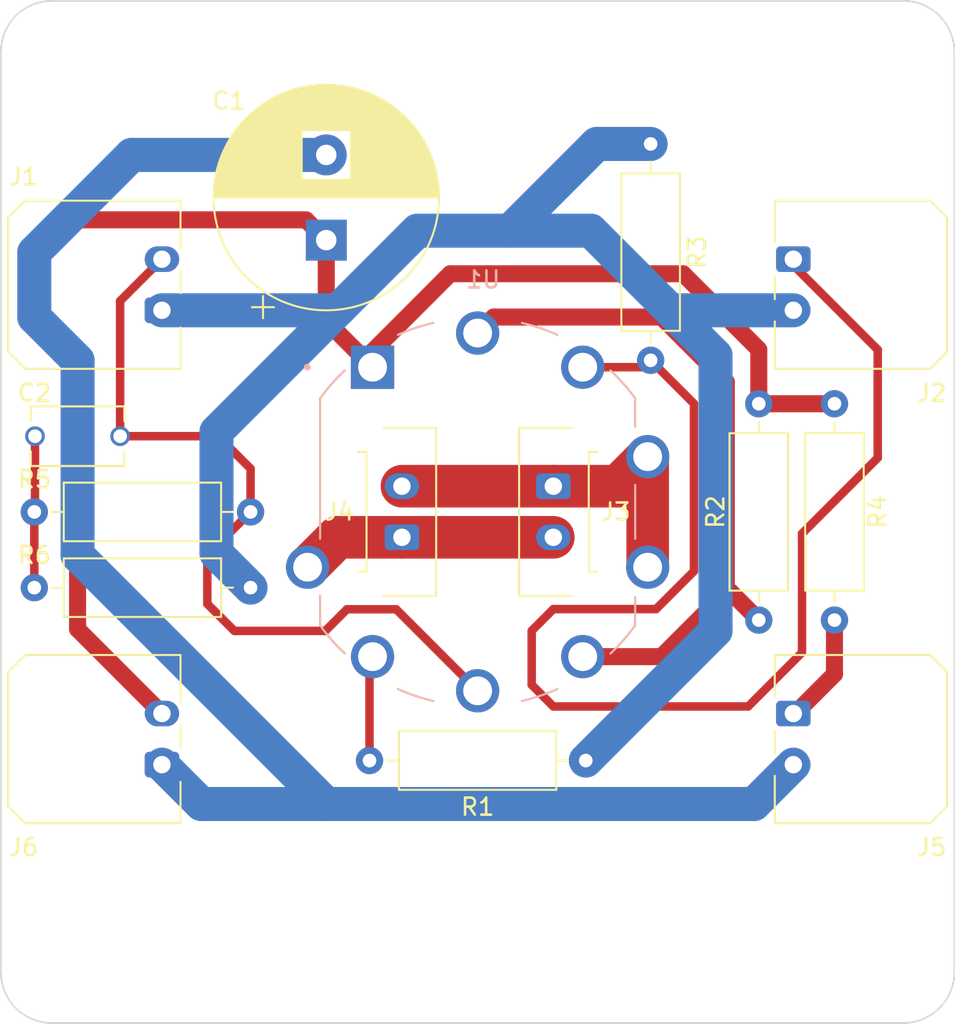
<source format=kicad_pcb>
(kicad_pcb (version 20221018) (generator pcbnew)
  (layers (0 "F.Cu" signal) (31 "B.Cu" signal) (34 "B.Paste" user) (35 "F.Paste" user) (36 "B.SilkS" user "B.Silkscreen") (37 "F.SilkS" user "F.Silkscreen") (38 "B.Mask" user) (39 "F.Mask" user) (44 "Edge.Cuts" user))
  (net 0 "")
  (net 1 "HT")
  (net 2 "GND1")
  (net 3 "GND")
  (net 4 "Net-(J2-Pin_1)")
  (net 5 "Net-(J3-Pin_1)")
  (net 6 "Net-(J3-Pin_2)")
  (net 7 "Net-(J5-Pin_1)")
  (net 8 "Net-(U1A-K)")
  (net 9 "Net-(U1A-A)")
  (net 10 "Net-(C2-Pad2)")
  (net 11 "Net-(J1-Pin_2)")
  (footprint "Resistor_THT:R_Axial_DIN0309_L9.0mm_D3.2mm_P12.70mm_Horizontal" (layer "F.Cu") (at 154.305 102.88 90)
    (fp_text reference "R4" (at 6.35 2.54 90) (layer "F.SilkS"))
    (fp_text value "10K")
    (fp_line (start 1.04 0) (end 1.73 0) (stroke (width 0.12)) (layer "F.SilkS"))
    (fp_line (start 1.73 -1.72) (end 1.73 1.72) (stroke (width 0.12)) (layer "F.SilkS"))
    (fp_line (start 1.73 1.72) (end 10.97 1.72) (stroke (width 0.12)) (layer "F.SilkS"))
    (fp_line (start 10.97 -1.72) (end 1.73 -1.72) (stroke (width 0.12)) (layer "F.SilkS"))
    (fp_line (start 10.97 1.72) (end 10.97 -1.72) (stroke (width 0.12)) (layer "F.SilkS"))
    (fp_line (start 11.66 0) (end 10.97 0) (stroke (width 0.12)) (layer "F.SilkS"))
    (pad "1" thru_hole circle (at 0 0 90) (size 1.6 1.6) (drill 0.8) (layers "*.Cu" "*.Mask") (net 7 "Net-(J5-Pin_1)"))
    (pad "2" thru_hole oval (at 12.7 0 90) (size 1.6 1.6) (drill 0.8) (layers "*.Cu" "*.Mask") (net 1 "HT"))
  )
  (footprint "MountingHole:MountingHole_2.7mm_M2.5" (layer "F.Cu") (at 158.35 69.53)
    (fp_text reference "REF**" hide)
    (fp_text value "MountingHole_2.7mm_M2.5" hide)
    (pad "" np_thru_hole circle (at 0 0) (size 2.7 2.7) (drill 2.7) (layers "*.Cu" "*.Mask"))
  )
  (footprint "Capacitor_THT:CP_Radial_D13.0mm_P5.00mm" (layer "F.Cu") (at 124.46 80.575 90)
    (fp_text reference "C1" (at 8.175 -5.715 180) (layer "F.SilkS"))
    (fp_text value "20uF")
    (fp_line (start -4.584569 -3.715) (end -3.284569 -3.715) (stroke (width 0.12)) (layer "F.SilkS"))
    (fp_line (start -3.934569 -4.365) (end -3.934569 -3.065) (stroke (width 0.12)) (layer "F.SilkS"))
    (fp_line (start 2.5 -6.58) (end 2.5 6.58) (stroke (width 0.12)) (layer "F.SilkS"))
    (fp_line (start 2.54 -6.58) (end 2.54 6.58) (stroke (width 0.12)) (layer "F.SilkS"))
    (fp_line (start 2.58 -6.58) (end 2.58 6.58) (stroke (width 0.12)) (layer "F.SilkS"))
    (fp_line (start 2.62 -6.579) (end 2.62 6.579) (stroke (width 0.12)) (layer "F.SilkS"))
    (fp_line (start 2.66 -6.579) (end 2.66 6.579) (stroke (width 0.12)) (layer "F.SilkS"))
    (fp_line (start 2.7 -6.577) (end 2.7 6.577) (stroke (width 0.12)) (layer "F.SilkS"))
    (fp_line (start 2.74 -6.576) (end 2.74 6.576) (stroke (width 0.12)) (layer "F.SilkS"))
    (fp_line (start 2.78 -6.575) (end 2.78 6.575) (stroke (width 0.12)) (layer "F.SilkS"))
    (fp_line (start 2.82 -6.573) (end 2.82 6.573) (stroke (width 0.12)) (layer "F.SilkS"))
    (fp_line (start 2.86 -6.571) (end 2.86 6.571) (stroke (width 0.12)) (layer "F.SilkS"))
    (fp_line (start 2.9 -6.568) (end 2.9 6.568) (stroke (width 0.12)) (layer "F.SilkS"))
    (fp_line (start 2.94 -6.566) (end 2.94 6.566) (stroke (width 0.12)) (layer "F.SilkS"))
    (fp_line (start 2.98 -6.563) (end 2.98 6.563) (stroke (width 0.12)) (layer "F.SilkS"))
    (fp_line (start 3.02 -6.56) (end 3.02 6.56) (stroke (width 0.12)) (layer "F.SilkS"))
    (fp_line (start 3.06 -6.557) (end 3.06 6.557) (stroke (width 0.12)) (layer "F.SilkS"))
    (fp_line (start 3.1 -6.553) (end 3.1 6.553) (stroke (width 0.12)) (layer "F.SilkS"))
    (fp_line (start 3.14 -6.549) (end 3.14 6.549) (stroke (width 0.12)) (layer "F.SilkS"))
    (fp_line (start 3.18 -6.545) (end 3.18 6.545) (stroke (width 0.12)) (layer "F.SilkS"))
    (fp_line (start 3.221 -6.541) (end 3.221 6.541) (stroke (width 0.12)) (layer "F.SilkS"))
    (fp_line (start 3.261 -6.537) (end 3.261 6.537) (stroke (width 0.12)) (layer "F.SilkS"))
    (fp_line (start 3.301 -6.532) (end 3.301 6.532) (stroke (width 0.12)) (layer "F.SilkS"))
    (fp_line (start 3.341 -6.527) (end 3.341 6.527) (stroke (width 0.12)) (layer "F.SilkS"))
    (fp_line (start 3.381 -6.522) (end 3.381 6.522) (stroke (width 0.12)) (layer "F.SilkS"))
    (fp_line (start 3.421 -6.516) (end 3.421 6.516) (stroke (width 0.12)) (layer "F.SilkS"))
    (fp_line (start 3.461 -6.511) (end 3.461 6.511) (stroke (width 0.12)) (layer "F.SilkS"))
    (fp_line (start 3.501 -6.505) (end 3.501 6.505) (stroke (width 0.12)) (layer "F.SilkS"))
    (fp_line (start 3.541 -6.498) (end 3.541 6.498) (stroke (width 0.12)) (layer "F.SilkS"))
    (fp_line (start 3.581 -6.492) (end 3.581 -1.44) (stroke (width 0.12)) (layer "F.SilkS"))
    (fp_line (start 3.581 1.44) (end 3.581 6.492) (stroke (width 0.12)) (layer "F.SilkS"))
    (fp_line (start 3.621 -6.485) (end 3.621 -1.44) (stroke (width 0.12)) (layer "F.SilkS"))
    (fp_line (start 3.621 1.44) (end 3.621 6.485) (stroke (width 0.12)) (layer "F.SilkS"))
    (fp_line (start 3.661 -6.478) (end 3.661 -1.44) (stroke (width 0.12)) (layer "F.SilkS"))
    (fp_line (start 3.661 1.44) (end 3.661 6.478) (stroke (width 0.12)) (layer "F.SilkS"))
    (fp_line (start 3.701 -6.471) (end 3.701 -1.44) (stroke (width 0.12)) (layer "F.SilkS"))
    (fp_line (start 3.701 1.44) (end 3.701 6.471) (stroke (width 0.12)) (layer "F.SilkS"))
    (fp_line (start 3.741 -6.463) (end 3.741 -1.44) (stroke (width 0.12)) (layer "F.SilkS"))
    (fp_line (start 3.741 1.44) (end 3.741 6.463) (stroke (width 0.12)) (layer "F.SilkS"))
    (fp_line (start 3.781 -6.456) (end 3.781 -1.44) (stroke (width 0.12)) (layer "F.SilkS"))
    (fp_line (start 3.781 1.44) (end 3.781 6.456) (stroke (width 0.12)) (layer "F.SilkS"))
    (fp_line (start 3.821 -6.448) (end 3.821 -1.44) (stroke (width 0.12)) (layer "F.SilkS"))
    (fp_line (start 3.821 1.44) (end 3.821 6.448) (stroke (width 0.12)) (layer "F.SilkS"))
    (fp_line (start 3.861 -6.439) (end 3.861 -1.44) (stroke (width 0.12)) (layer "F.SilkS"))
    (fp_line (start 3.861 1.44) (end 3.861 6.439) (stroke (width 0.12)) (layer "F.SilkS"))
    (fp_line (start 3.901 -6.431) (end 3.901 -1.44) (stroke (width 0.12)) (layer "F.SilkS"))
    (fp_line (start 3.901 1.44) (end 3.901 6.431) (stroke (width 0.12)) (layer "F.SilkS"))
    (fp_line (start 3.941 -6.422) (end 3.941 -1.44) (stroke (width 0.12)) (layer "F.SilkS"))
    (fp_line (start 3.941 1.44) (end 3.941 6.422) (stroke (width 0.12)) (layer "F.SilkS"))
    (fp_line (start 3.981 -6.413) (end 3.981 -1.44) (stroke (width 0.12)) (layer "F.SilkS"))
    (fp_line (start 3.981 1.44) (end 3.981 6.413) (stroke (width 0.12)) (layer "F.SilkS"))
    (fp_line (start 4.021 -6.404) (end 4.021 -1.44) (stroke (width 0.12)) (layer "F.SilkS"))
    (fp_line (start 4.021 1.44) (end 4.021 6.404) (stroke (width 0.12)) (layer "F.SilkS"))
    (fp_line (start 4.061 -6.394) (end 4.061 -1.44) (stroke (width 0.12)) (layer "F.SilkS"))
    (fp_line (start 4.061 1.44) (end 4.061 6.394) (stroke (width 0.12)) (layer "F.SilkS"))
    (fp_line (start 4.101 -6.384) (end 4.101 -1.44) (stroke (width 0.12)) (layer "F.SilkS"))
    (fp_line (start 4.101 1.44) (end 4.101 6.384) (stroke (width 0.12)) (layer "F.SilkS"))
    (fp_line (start 4.141 -6.374) (end 4.141 -1.44) (stroke (width 0.12)) (layer "F.SilkS"))
    (fp_line (start 4.141 1.44) (end 4.141 6.374) (stroke (width 0.12)) (layer "F.SilkS"))
    (fp_line (start 4.181 -6.364) (end 4.181 -1.44) (stroke (width 0.12)) (layer "F.SilkS"))
    (fp_line (start 4.181 1.44) (end 4.181 6.364) (stroke (width 0.12)) (layer "F.SilkS"))
    (fp_line (start 4.221 -6.353) (end 4.221 -1.44) (stroke (width 0.12)) (layer "F.SilkS"))
    (fp_line (start 4.221 1.44) (end 4.221 6.353) (stroke (width 0.12)) (layer "F.SilkS"))
    (fp_line (start 4.261 -6.342) (end 4.261 -1.44) (stroke (width 0.12)) (layer "F.SilkS"))
    (fp_line (start 4.261 1.44) (end 4.261 6.342) (stroke (width 0.12)) (layer "F.SilkS"))
    (fp_line (start 4.301 -6.331) (end 4.301 -1.44) (stroke (width 0.12)) (layer "F.SilkS"))
    (fp_line (start 4.301 1.44) (end 4.301 6.331) (stroke (width 0.12)) (layer "F.SilkS"))
    (fp_line (start 4.341 -6.32) (end 4.341 -1.44) (stroke (width 0.12)) (layer "F.SilkS"))
    (fp_line (start 4.341 1.44) (end 4.341 6.32) (stroke (width 0.12)) (layer "F.SilkS"))
    (fp_line (start 4.381 -6.308) (end 4.381 -1.44) (stroke (width 0.12)) (layer "F.SilkS"))
    (fp_line (start 4.381 1.44) (end 4.381 6.308) (stroke (width 0.12)) (layer "F.SilkS"))
    (fp_line (start 4.421 -6.296) (end 4.421 -1.44) (stroke (width 0.12)) (layer "F.SilkS"))
    (fp_line (start 4.421 1.44) (end 4.421 6.296) (stroke (width 0.12)) (layer "F.SilkS"))
    (fp_line (start 4.461 -6.284) (end 4.461 -1.44) (stroke (width 0.12)) (layer "F.SilkS"))
    (fp_line (start 4.461 1.44) (end 4.461 6.284) (stroke (width 0.12)) (layer "F.SilkS"))
    (fp_line (start 4.501 -6.271) (end 4.501 -1.44) (stroke (width 0.12)) (layer "F.SilkS"))
    (fp_line (start 4.501 1.44) (end 4.501 6.271) (stroke (width 0.12)) (layer "F.SilkS"))
    (fp_line (start 4.541 -6.258) (end 4.541 -1.44) (stroke (width 0.12)) (layer "F.SilkS"))
    (fp_line (start 4.541 1.44) (end 4.541 6.258) (stroke (width 0.12)) (layer "F.SilkS"))
    (fp_line (start 4.581 -6.245) (end 4.581 -1.44) (stroke (width 0.12)) (layer "F.SilkS"))
    (fp_line (start 4.581 1.44) (end 4.581 6.245) (stroke (width 0.12)) (layer "F.SilkS"))
    (fp_line (start 4.621 -6.232) (end 4.621 -1.44) (stroke (width 0.12)) (layer "F.SilkS"))
    (fp_line (start 4.621 1.44) (end 4.621 6.232) (stroke (width 0.12)) (layer "F.SilkS"))
    (fp_line (start 4.661 -6.218) (end 4.661 -1.44) (stroke (width 0.12)) (layer "F.SilkS"))
    (fp_line (start 4.661 1.44) (end 4.661 6.218) (stroke (width 0.12)) (layer "F.SilkS"))
    (fp_line (start 4.701 -6.204) (end 4.701 -1.44) (stroke (width 0.12)) (layer "F.SilkS"))
    (fp_line (start 4.701 1.44) (end 4.701 6.204) (stroke (width 0.12)) (layer "F.SilkS"))
    (fp_line (start 4.741 -6.19) (end 4.741 -1.44) (stroke (width 0.12)) (layer "F.SilkS"))
    (fp_line (start 4.741 1.44) (end 4.741 6.19) (stroke (width 0.12)) (layer "F.SilkS"))
    (fp_line (start 4.781 -6.175) (end 4.781 -1.44) (stroke (width 0.12)) (layer "F.SilkS"))
    (fp_line (start 4.781 1.44) (end 4.781 6.175) (stroke (width 0.12)) (layer "F.SilkS"))
    (fp_line (start 4.821 -6.161) (end 4.821 -1.44) (stroke (width 0.12)) (layer "F.SilkS"))
    (fp_line (start 4.821 1.44) (end 4.821 6.161) (stroke (width 0.12)) (layer "F.SilkS"))
    (fp_line (start 4.861 -6.146) (end 4.861 -1.44) (stroke (width 0.12)) (layer "F.SilkS"))
    (fp_line (start 4.861 1.44) (end 4.861 6.146) (stroke (width 0.12)) (layer "F.SilkS"))
    (fp_line (start 4.901 -6.13) (end 4.901 -1.44) (stroke (width 0.12)) (layer "F.SilkS"))
    (fp_line (start 4.901 1.44) (end 4.901 6.13) (stroke (width 0.12)) (layer "F.SilkS"))
    (fp_line (start 4.941 -6.114) (end 4.941 -1.44) (stroke (width 0.12)) (layer "F.SilkS"))
    (fp_line (start 4.941 1.44) (end 4.941 6.114) (stroke (width 0.12)) (layer "F.SilkS"))
    (fp_line (start 4.981 -6.098) (end 4.981 -1.44) (stroke (width 0.12)) (layer "F.SilkS"))
    (fp_line (start 4.981 1.44) (end 4.981 6.098) (stroke (width 0.12)) (layer "F.SilkS"))
    (fp_line (start 5.021 -6.082) (end 5.021 -1.44) (stroke (width 0.12)) (layer "F.SilkS"))
    (fp_line (start 5.021 1.44) (end 5.021 6.082) (stroke (width 0.12)) (layer "F.SilkS"))
    (fp_line (start 5.061 -6.065) (end 5.061 -1.44) (stroke (width 0.12)) (layer "F.SilkS"))
    (fp_line (start 5.061 1.44) (end 5.061 6.065) (stroke (width 0.12)) (layer "F.SilkS"))
    (fp_line (start 5.101 -6.049) (end 5.101 -1.44) (stroke (width 0.12)) (layer "F.SilkS"))
    (fp_line (start 5.101 1.44) (end 5.101 6.049) (stroke (width 0.12)) (layer "F.SilkS"))
    (fp_line (start 5.141 -6.031) (end 5.141 -1.44) (stroke (width 0.12)) (layer "F.SilkS"))
    (fp_line (start 5.141 1.44) (end 5.141 6.031) (stroke (width 0.12)) (layer "F.SilkS"))
    (fp_line (start 5.181 -6.014) (end 5.181 -1.44) (stroke (width 0.12)) (layer "F.SilkS"))
    (fp_line (start 5.181 1.44) (end 5.181 6.014) (stroke (width 0.12)) (layer "F.SilkS"))
    (fp_line (start 5.221 -5.996) (end 5.221 -1.44) (stroke (width 0.12)) (layer "F.SilkS"))
    (fp_line (start 5.221 1.44) (end 5.221 5.996) (stroke (width 0.12)) (layer "F.SilkS"))
    (fp_line (start 5.261 -5.978) (end 5.261 -1.44) (stroke (width 0.12)) (layer "F.SilkS"))
    (fp_line (start 5.261 1.44) (end 5.261 5.978) (stroke (width 0.12)) (layer "F.SilkS"))
    (fp_line (start 5.301 -5.959) (end 5.301 -1.44) (stroke (width 0.12)) (layer "F.SilkS"))
    (fp_line (start 5.301 1.44) (end 5.301 5.959) (stroke (width 0.12)) (layer "F.SilkS"))
    (fp_line (start 5.341 -5.94) (end 5.341 -1.44) (stroke (width 0.12)) (layer "F.SilkS"))
    (fp_line (start 5.341 1.44) (end 5.341 5.94) (stroke (width 0.12)) (layer "F.SilkS"))
    (fp_line (start 5.381 -5.921) (end 5.381 -1.44) (stroke (width 0.12)) (layer "F.SilkS"))
    (fp_line (start 5.381 1.44) (end 5.381 5.921) (stroke (width 0.12)) (layer "F.SilkS"))
    (fp_line (start 5.421 -5.902) (end 5.421 -1.44) (stroke (width 0.12)) (layer "F.SilkS"))
    (fp_line (start 5.421 1.44) (end 5.421 5.902) (stroke (width 0.12)) (layer "F.SilkS"))
    (fp_line (start 5.461 -5.882) (end 5.461 -1.44) (stroke (width 0.12)) (layer "F.SilkS"))
    (fp_line (start 5.461 1.44) (end 5.461 5.882) (stroke (width 0.12)) (layer "F.SilkS"))
    (fp_line (start 5.501 -5.862) (end 5.501 -1.44) (stroke (width 0.12)) (layer "F.SilkS"))
    (fp_line (start 5.501 1.44) (end 5.501 5.862) (stroke (width 0.12)) (layer "F.SilkS"))
    (fp_line (start 5.541 -5.841) (end 5.541 -1.44) (stroke (width 0.12)) (layer "F.SilkS"))
    (fp_line (start 5.541 1.44) (end 5.541 5.841) (stroke (width 0.12)) (layer "F.SilkS"))
    (fp_line (start 5.581 -5.82) (end 5.581 -1.44) (stroke (width 0.12)) (layer "F.SilkS"))
    (fp_line (start 5.581 1.44) (end 5.581 5.82) (stroke (width 0.12)) (layer "F.SilkS"))
    (fp_line (start 5.621 -5.799) (end 5.621 -1.44) (stroke (width 0.12)) (layer "F.SilkS"))
    (fp_line (start 5.621 1.44) (end 5.621 5.799) (stroke (width 0.12)) (layer "F.SilkS"))
    (fp_line (start 5.661 -5.778) (end 5.661 -1.44) (stroke (width 0.12)) (layer "F.SilkS"))
    (fp_line (start 5.661 1.44) (end 5.661 5.778) (stroke (width 0.12)) (layer "F.SilkS"))
    (fp_line (start 5.701 -5.756) (end 5.701 -1.44) (stroke (width 0.12)) (layer "F.SilkS"))
    (fp_line (start 5.701 1.44) (end 5.701 5.756) (stroke (width 0.12)) (layer "F.SilkS"))
    (fp_line (start 5.741 -5.733) (end 5.741 -1.44) (stroke (width 0.12)) (layer "F.SilkS"))
    (fp_line (start 5.741 1.44) (end 5.741 5.733) (stroke (width 0.12)) (layer "F.SilkS"))
    (fp_line (start 5.781 -5.711) (end 5.781 -1.44) (stroke (width 0.12)) (layer "F.SilkS"))
    (fp_line (start 5.781 1.44) (end 5.781 5.711) (stroke (width 0.12)) (layer "F.SilkS"))
    (fp_line (start 5.821 -5.688) (end 5.821 -1.44) (stroke (width 0.12)) (layer "F.SilkS"))
    (fp_line (start 5.821 1.44) (end 5.821 5.688) (stroke (width 0.12)) (layer "F.SilkS"))
    (fp_line (start 5.861 -5.664) (end 5.861 -1.44) (stroke (width 0.12)) (layer "F.SilkS"))
    (fp_line (start 5.861 1.44) (end 5.861 5.664) (stroke (width 0.12)) (layer "F.SilkS"))
    (fp_line (start 5.901 -5.641) (end 5.901 -1.44) (stroke (width 0.12)) (layer "F.SilkS"))
    (fp_line (start 5.901 1.44) (end 5.901 5.641) (stroke (width 0.12)) (layer "F.SilkS"))
    (fp_line (start 5.941 -5.617) (end 5.941 -1.44) (stroke (width 0.12)) (layer "F.SilkS"))
    (fp_line (start 5.941 1.44) (end 5.941 5.617) (stroke (width 0.12)) (layer "F.SilkS"))
    (fp_line (start 5.981 -5.592) (end 5.981 -1.44) (stroke (width 0.12)) (layer "F.SilkS"))
    (fp_line (start 5.981 1.44) (end 5.981 5.592) (stroke (width 0.12)) (layer "F.SilkS"))
    (fp_line (start 6.021 -5.567) (end 6.021 -1.44) (stroke (width 0.12)) (layer "F.SilkS"))
    (fp_line (start 6.021 1.44) (end 6.021 5.567) (stroke (width 0.12)) (layer "F.SilkS"))
    (fp_line (start 6.061 -5.542) (end 6.061 -1.44) (stroke (width 0.12)) (layer "F.SilkS"))
    (fp_line (start 6.061 1.44) (end 6.061 5.542) (stroke (width 0.12)) (layer "F.SilkS"))
    (fp_line (start 6.101 -5.516) (end 6.101 -1.44) (stroke (width 0.12)) (layer "F.SilkS"))
    (fp_line (start 6.101 1.44) (end 6.101 5.516) (stroke (width 0.12)) (layer "F.SilkS"))
    (fp_line (start 6.141 -5.49) (end 6.141 -1.44) (stroke (width 0.12)) (layer "F.SilkS"))
    (fp_line (start 6.141 1.44) (end 6.141 5.49) (stroke (width 0.12)) (layer "F.SilkS"))
    (fp_line (start 6.181 -5.463) (end 6.181 -1.44) (stroke (width 0.12)) (layer "F.SilkS"))
    (fp_line (start 6.181 1.44) (end 6.181 5.463) (stroke (width 0.12)) (layer "F.SilkS"))
    (fp_line (start 6.221 -5.436) (end 6.221 -1.44) (stroke (width 0.12)) (layer "F.SilkS"))
    (fp_line (start 6.221 1.44) (end 6.221 5.436) (stroke (width 0.12)) (layer "F.SilkS"))
    (fp_line (start 6.261 -5.409) (end 6.261 -1.44) (stroke (width 0.12)) (layer "F.SilkS"))
    (fp_line (start 6.261 1.44) (end 6.261 5.409) (stroke (width 0.12)) (layer "F.SilkS"))
    (fp_line (start 6.301 -5.381) (end 6.301 -1.44) (stroke (width 0.12)) (layer "F.SilkS"))
    (fp_line (start 6.301 1.44) (end 6.301 5.381) (stroke (width 0.12)) (layer "F.SilkS"))
    (fp_line (start 6.341 -5.353) (end 6.341 -1.44) (stroke (width 0.12)) (layer "F.SilkS"))
    (fp_line (start 6.341 1.44) (end 6.341 5.353) (stroke (width 0.12)) (layer "F.SilkS"))
    (fp_line (start 6.381 -5.324) (end 6.381 -1.44) (stroke (width 0.12)) (layer "F.SilkS"))
    (fp_line (start 6.381 1.44) (end 6.381 5.324) (stroke (width 0.12)) (layer "F.SilkS"))
    (fp_line (start 6.421 -5.295) (end 6.421 -1.44) (stroke (width 0.12)) (layer "F.SilkS"))
    (fp_line (start 6.421 1.44) (end 6.421 5.295) (stroke (width 0.12)) (layer "F.SilkS"))
    (fp_line (start 6.461 -5.265) (end 6.461 5.265) (stroke (width 0.12)) (layer "F.SilkS"))
    (fp_line (start 6.501 -5.235) (end 6.501 5.235) (stroke (width 0.12)) (layer "F.SilkS"))
    (fp_line (start 6.541 -5.205) (end 6.541 5.205) (stroke (width 0.12)) (layer "F.SilkS"))
    (fp_line (start 6.581 -5.174) (end 6.581 5.174) (stroke (width 0.12)) (layer "F.SilkS"))
    (fp_line (start 6.621 -5.142) (end 6.621 5.142) (stroke (width 0.12)) (layer "F.SilkS"))
    (fp_line (start 6.661 -5.11) (end 6.661 5.11) (stroke (width 0.12)) (layer "F.SilkS"))
    (fp_line (start 6.701 -5.078) (end 6.701 5.078) (stroke (width 0.12)) (layer "F.SilkS"))
    (fp_line (start 6.741 -5.044) (end 6.741 5.044) (stroke (width 0.12)) (layer "F.SilkS"))
    (fp_line (start 6.781 -5.011) (end 6.781 5.011) (stroke (width 0.12)) (layer "F.SilkS"))
    (fp_line (start 6.821 -4.977) (end 6.821 4.977) (stroke (width 0.12)) (layer "F.SilkS"))
    (fp_line (start 6.861 -4.942) (end 6.861 4.942) (stroke (width 0.12)) (layer "F.SilkS"))
    (fp_line (start 6.901 -4.907) (end 6.901 4.907) (stroke (width 0.12)) (layer "F.SilkS"))
    (fp_line (start 6.941 -4.871) (end 6.941 4.871) (stroke (width 0.12)) (layer "F.SilkS"))
    (fp_line (start 6.981 -4.834) (end 6.981 4.834) (stroke (width 0.12)) (layer "F.SilkS"))
    (fp_line (start 7.021 -4.797) (end 7.021 4.797) (stroke (width 0.12)) (layer "F.SilkS"))
    (fp_line (start 7.061 -4.76) (end 7.061 4.76) (stroke (width 0.12)) (layer "F.SilkS"))
    (fp_line (start 7.101 -4.721) (end 7.101 4.721) (stroke (width 0.12)) (layer "F.SilkS"))
    (fp_line (start 7.141 -4.682) (end 7.141 4.682) (stroke (width 0.12)) (layer "F.SilkS"))
    (fp_line (start 7.181 -4.643) (end 7.181 4.643) (stroke (width 0.12)) (layer "F.SilkS"))
    (fp_line (start 7.221 -4.602) (end 7.221 4.602) (stroke (width 0.12)) (layer "F.SilkS"))
    (fp_line (start 7.261 -4.561) (end 7.261 4.561) (stroke (width 0.12)) (layer "F.SilkS"))
    (fp_line (start 7.301 -4.519) (end 7.301 4.519) (stroke (width 0.12)) (layer "F.SilkS"))
    (fp_line (start 7.341 -4.477) (end 7.341 4.477) (stroke (width 0.12)) (layer "F.SilkS"))
    (fp_line (start 7.381 -4.434) (end 7.381 4.434) (stroke (width 0.12)) (layer "F.SilkS"))
    (fp_line (start 7.421 -4.39) (end 7.421 4.39) (stroke (width 0.12)) (layer "F.SilkS"))
    (fp_line (start 7.461 -4.345) (end 7.461 4.345) (stroke (width 0.12)) (layer "F.SilkS"))
    (fp_line (start 7.501 -4.299) (end 7.501 4.299) (stroke (width 0.12)) (layer "F.SilkS"))
    (fp_line (start 7.541 -4.253) (end 7.541 4.253) (stroke (width 0.12)) (layer "F.SilkS"))
    (fp_line (start 7.581 -4.205) (end 7.581 4.205) (stroke (width 0.12)) (layer "F.SilkS"))
    (fp_line (start 7.621 -4.157) (end 7.621 4.157) (stroke (width 0.12)) (layer "F.SilkS"))
    (fp_line (start 7.661 -4.108) (end 7.661 4.108) (stroke (width 0.12)) (layer "F.SilkS"))
    (fp_line (start 7.701 -4.057) (end 7.701 4.057) (stroke (width 0.12)) (layer "F.SilkS"))
    (fp_line (start 7.741 -4.006) (end 7.741 4.006) (stroke (width 0.12)) (layer "F.SilkS"))
    (fp_line (start 7.781 -3.954) (end 7.781 3.954) (stroke (width 0.12)) (layer "F.SilkS"))
    (fp_line (start 7.821 -3.9) (end 7.821 3.9) (stroke (width 0.12)) (layer "F.SilkS"))
    (fp_line (start 7.861 -3.846) (end 7.861 3.846) (stroke (width 0.12)) (layer "F.SilkS"))
    (fp_line (start 7.901 -3.79) (end 7.901 3.79) (stroke (width 0.12)) (layer "F.SilkS"))
    (fp_line (start 7.941 -3.733) (end 7.941 3.733) (stroke (width 0.12)) (layer "F.SilkS"))
    (fp_line (start 7.981 -3.675) (end 7.981 3.675) (stroke (width 0.12)) (layer "F.SilkS"))
    (fp_line (start 8.021 -3.615) (end 8.021 3.615) (stroke (width 0.12)) (layer "F.SilkS"))
    (fp_line (start 8.061 -3.554) (end 8.061 3.554) (stroke (width 0.12)) (layer "F.SilkS"))
    (fp_line (start 8.101 -3.491) (end 8.101 3.491) (stroke (width 0.12)) (layer "F.SilkS"))
    (fp_line (start 8.141 -3.427) (end 8.141 3.427) (stroke (width 0.12)) (layer "F.SilkS"))
    (fp_line (start 8.181 -3.361) (end 8.181 3.361) (stroke (width 0.12)) (layer "F.SilkS"))
    (fp_line (start 8.221 -3.293) (end 8.221 3.293) (stroke (width 0.12)) (layer "F.SilkS"))
    (fp_line (start 8.261 -3.223) (end 8.261 3.223) (stroke (width 0.12)) (layer "F.SilkS"))
    (fp_line (start 8.301 -3.152) (end 8.301 3.152) (stroke (width 0.12)) (layer "F.SilkS"))
    (fp_line (start 8.341 -3.078) (end 8.341 3.078) (stroke (width 0.12)) (layer "F.SilkS"))
    (fp_line (start 8.381 -3.002) (end 8.381 3.002) (stroke (width 0.12)) (layer "F.SilkS"))
    (fp_line (start 8.421 -2.923) (end 8.421 2.923) (stroke (width 0.12)) (layer "F.SilkS"))
    (fp_line (start 8.461 -2.842) (end 8.461 2.842) (stroke (width 0.12)) (layer "F.SilkS"))
    (fp_line (start 8.501 -2.758) (end 8.501 2.758) (stroke (width 0.12)) (layer "F.SilkS"))
    (fp_line (start 8.541 -2.67) (end 8.541 2.67) (stroke (width 0.12)) (layer "F.SilkS"))
    (fp_line (start 8.581 -2.579) (end 8.581 2.579) (stroke (width 0.12)) (layer "F.SilkS"))
    (fp_line (start 8.621 -2.484) (end 8.621 2.484) (stroke (width 0.12)) (layer "F.SilkS"))
    (fp_line (start 8.661 -2.385) (end 8.661 2.385) (stroke (width 0.12)) (layer "F.SilkS"))
    (fp_line (start 8.701 -2.281) (end 8.701 2.281) (stroke (width 0.12)) (layer "F.SilkS"))
    (fp_line (start 8.741 -2.171) (end 8.741 2.171) (stroke (width 0.12)) (layer "F.SilkS"))
    (fp_line (start 8.781 -2.055) (end 8.781 2.055) (stroke (width 0.12)) (layer "F.SilkS"))
    (fp_line (start 8.821 -1.931) (end 8.821 1.931) (stroke (width 0.12)) (layer "F.SilkS"))
    (fp_line (start 8.861 -1.798) (end 8.861 1.798) (stroke (width 0.12)) (layer "F.SilkS"))
    (fp_line (start 8.901 -1.653) (end 8.901 1.653) (stroke (width 0.12)) (layer "F.SilkS"))
    (fp_line (start 8.941 -1.494) (end 8.941 1.494) (stroke (width 0.12)) (layer "F.SilkS"))
    (fp_line (start 8.981 -1.315) (end 8.981 1.315) (stroke (width 0.12)) (layer "F.SilkS"))
    (fp_line (start 9.021 -1.107) (end 9.021 1.107) (stroke (width 0.12)) (layer "F.SilkS"))
    (fp_line (start 9.061 -0.85) (end 9.061 0.85) (stroke (width 0.12)) (layer "F.SilkS"))
    (fp_line (start 9.101 -0.475) (end 9.101 0.475) (stroke (width 0.12)) (layer "F.SilkS"))
    (fp_circle (center 2.5 0) (end 9.12 0) (stroke (width 0.12)) (fill none) (layer "F.SilkS"))
    (pad "1" thru_hole rect (at 0 0 90) (size 2.4 2.4) (drill 1.2) (layers "*.Cu" "*.Mask") (net 1 "HT"))
    (pad "2" thru_hole circle (at 5 0 90) (size 2.4 2.4) (drill 1.2) (layers "*.Cu" "*.Mask") (net 2 "GND1"))
  )
  (footprint "CustomFootprints:Molex_Micro-Fit_3.0_43650-0215_1x02_P3.00mm_Vertical" (layer "F.Cu") (at 128.905 98.02 90)
    (fp_text reference "J4" (at 1.5 -3.67 180) (layer "F.SilkS"))
    (fp_text value "HeaterOut")
    (fp_line (start -3.435 -1.065) (end -3.435 2.01) (stroke (width 0.12)) (layer "F.SilkS"))
    (fp_line (start -3.435 2.01) (end 6.435 2.01) (stroke (width 0.12)) (layer "F.SilkS"))
    (fp_line (start -2.015 -2.58) (end -2.015 -2.08) (stroke (width 0.12)) (layer "F.SilkS"))
    (fp_line (start -2.015 -2.08) (end 5.015 -2.08) (stroke (width 0.12)) (layer "F.SilkS"))
    (fp_line (start -1.995 -2.58) (end -2.015 -2.58) (stroke (width 0.12)) (layer "F.SilkS"))
    (fp_line (start 5.015 -2.58) (end 4.995 -2.58) (stroke (width 0.12)) (layer "F.SilkS"))
    (fp_line (start 5.015 -2.08) (end 5.015 -2.58) (stroke (width 0.12)) (layer "F.SilkS"))
    (fp_line (start 6.435 2.01) (end 6.435 -1.065) (stroke (width 0.12)) (layer "F.SilkS"))
    (pad "" np_thru_hole circle (at -3 -1.96 90) (size 1.27 1.27) (drill 1.27) (layers "*.Cu" "*.Mask"))
    (pad "" np_thru_hole circle (at 6 -1.96 90) (size 1.27 1.27) (drill 1.27) (layers "*.Cu" "*.Mask"))
    (pad "1" thru_hole roundrect (at 0 0 90) (size 1.5 2.02) (drill 1.02) (layers "*.Cu" "*.Mask") (roundrect_rratio 0.166667) (net 6 "Net-(J3-Pin_2)"))
    (pad "2" thru_hole oval (at 3 0 90) (size 1.5 2.02) (drill 1.02) (layers "*.Cu" "*.Mask") (net 5 "Net-(J3-Pin_1)"))
  )
  (footprint "MountingHole:MountingHole_2.7mm_M2.5" (layer "F.Cu") (at 108.35 123.53)
    (fp_text reference "REF**" hide)
    (fp_text value "MountingHole_2.7mm_M2.5" hide)
    (pad "" np_thru_hole circle (at 0 0) (size 2.7 2.7) (drill 2.7) (layers "*.Cu" "*.Mask"))
  )
  (footprint "Resistor_THT:R_Axial_DIN0309_L9.0mm_D3.2mm_P12.70mm_Horizontal" (layer "F.Cu") (at 149.86 90.18 -90)
    (fp_text reference "R2" (at 6.35 2.54 90) (layer "F.SilkS"))
    (fp_text value "100K")
    (fp_line (start 1.04 0) (end 1.73 0) (stroke (width 0.12)) (layer "F.SilkS"))
    (fp_line (start 1.73 -1.72) (end 1.73 1.72) (stroke (width 0.12)) (layer "F.SilkS"))
    (fp_line (start 1.73 1.72) (end 10.97 1.72) (stroke (width 0.12)) (layer "F.SilkS"))
    (fp_line (start 10.97 -1.72) (end 1.73 -1.72) (stroke (width 0.12)) (layer "F.SilkS"))
    (fp_line (start 10.97 1.72) (end 10.97 -1.72) (stroke (width 0.12)) (layer "F.SilkS"))
    (fp_line (start 11.66 0) (end 10.97 0) (stroke (width 0.12)) (layer "F.SilkS"))
    (pad "1" thru_hole circle (at 0 0 270) (size 1.6 1.6) (drill 0.8) (layers "*.Cu" "*.Mask") (net 1 "HT"))
    (pad "2" thru_hole oval (at 12.7 0 270) (size 1.6 1.6) (drill 0.8) (layers "*.Cu" "*.Mask") (net 9 "Net-(U1A-A)"))
  )
  (footprint "MountingHole:MountingHole_2.7mm_M2.5" (layer "F.Cu") (at 158.35 123.53)
    (fp_text reference "REF**" hide)
    (fp_text value "MountingHole_2.7mm_M2.5" hide)
    (pad "" np_thru_hole circle (at 0 0) (size 2.7 2.7) (drill 2.7) (layers "*.Cu" "*.Mask"))
  )
  (footprint "CustomFootprints:Molex_Micro-Fit_3.0_43650-0200_1x02_P3.00mm_Horizontal" (layer "F.Cu") (at 151.89 108.365 -90)
    (fp_text reference "J5" (at 7.85 -8.13) (layer "F.SilkS"))
    (fp_text value "HV")
    (fp_line (start -3.435 -8.03) (end -2.435 -9.03) (stroke (width 0.12)) (layer "F.SilkS"))
    (fp_line (start -3.435 1.09) (end -3.435 -8.03) (stroke (width 0.12)) (layer "F.SilkS"))
    (fp_line (start -3.435 1.09) (end -1.01 1.09) (stroke (width 0.12)) (layer "F.SilkS"))
    (fp_line (start -2.435 -9.03) (end 5.435 -9.03) (stroke (width 0.12)) (layer "F.SilkS"))
    (fp_line (start 1.01 1.09) (end 2.348233 1.09) (stroke (width 0.12)) (layer "F.SilkS"))
    (fp_line (start 5.435 -9.03) (end 6.435 -8.03) (stroke (width 0.12)) (layer "F.SilkS"))
    (fp_line (start 6.435 -8.03) (end 6.435 1.09) (stroke (width 0.12)) (layer "F.SilkS"))
    (fp_line (start 6.435 1.09) (end 3.651767 1.09) (stroke (width 0.12)) (layer "F.SilkS"))
    (pad "" np_thru_hole circle (at 1.5 -4.32 270) (size 3 3) (drill 3) (layers "*.Cu" "*.Mask"))
    (pad "1" thru_hole roundrect (at 0 0 270) (size 1.5 2.02) (drill 1.02) (layers "*.Cu" "*.Mask") (roundrect_rratio 0.166667) (net 7 "Net-(J5-Pin_1)"))
    (pad "2" thru_hole oval (at 3 0 270) (size 1.5 2.02) (drill 1.02) (layers "*.Cu" "*.Mask") (net 2 "GND1"))
  )
  (footprint "Resistor_THT:R_Axial_DIN0309_L9.0mm_D3.2mm_P12.70mm_Horizontal" (layer "F.Cu") (at 143.51 74.93 -90)
    (fp_text reference "R3" (at 6.35 -2.72 90) (layer "F.SilkS"))
    (fp_text value "100K ")
    (fp_line (start 1.04 0) (end 1.73 0) (stroke (width 0.12)) (layer "F.SilkS"))
    (fp_line (start 1.73 -1.72) (end 1.73 1.72) (stroke (width 0.12)) (layer "F.SilkS"))
    (fp_line (start 1.73 1.72) (end 10.97 1.72) (stroke (width 0.12)) (layer "F.SilkS"))
    (fp_line (start 10.97 -1.72) (end 1.73 -1.72) (stroke (width 0.12)) (layer "F.SilkS"))
    (fp_line (start 10.97 1.72) (end 10.97 -1.72) (stroke (width 0.12)) (layer "F.SilkS"))
    (fp_line (start 11.66 0) (end 10.97 0) (stroke (width 0.12)) (layer "F.SilkS"))
    (pad "1" thru_hole circle (at 0 0 270) (size 1.6 1.6) (drill 0.8) (layers "*.Cu" "*.Mask") (net 3 "GND"))
    (pad "2" thru_hole oval (at 12.7 0 270) (size 1.6 1.6) (drill 0.8) (layers "*.Cu" "*.Mask") (net 4 "Net-(J2-Pin_1)"))
  )
  (footprint "Resistor_THT:R_Axial_DIN0309_L9.0mm_D3.2mm_P12.70mm_Horizontal" (layer "F.Cu") (at 107.315 96.53)
    (fp_text reference "R5" (at 0 -1.905) (layer "F.SilkS"))
    (fp_text value "470K")
    (fp_line (start 1.04 0) (end 1.73 0) (stroke (width 0.12)) (layer "F.SilkS"))
    (fp_line (start 1.73 -1.72) (end 1.73 1.72) (stroke (width 0.12)) (layer "F.SilkS"))
    (fp_line (start 1.73 1.72) (end 10.97 1.72) (stroke (width 0.12)) (layer "F.SilkS"))
    (fp_line (start 10.97 -1.72) (end 1.73 -1.72) (stroke (width 0.12)) (layer "F.SilkS"))
    (fp_line (start 10.97 1.72) (end 10.97 -1.72) (stroke (width 0.12)) (layer "F.SilkS"))
    (fp_line (start 11.66 0) (end 10.97 0) (stroke (width 0.12)) (layer "F.SilkS"))
    (pad "1" thru_hole circle (at 0 0) (size 1.6 1.6) (drill 0.8) (layers "*.Cu" "*.Mask") (net 10 "Net-(C2-Pad2)"))
    (pad "2" thru_hole oval (at 12.7 0) (size 1.6 1.6) (drill 0.8) (layers "*.Cu" "*.Mask") (net 11 "Net-(J1-Pin_2)"))
  )
  (footprint "Resistor_THT:R_Axial_DIN0309_L9.0mm_D3.2mm_P12.70mm_Horizontal" (layer "F.Cu") (at 139.7 111.125 180)
    (fp_text reference "R1" (at 6.35 -2.72) (layer "F.SilkS"))
    (fp_text value "820 ")
    (fp_line (start 1.04 0) (end 1.73 0) (stroke (width 0.12)) (layer "F.SilkS"))
    (fp_line (start 1.73 -1.72) (end 1.73 1.72) (stroke (width 0.12)) (layer "F.SilkS"))
    (fp_line (start 1.73 1.72) (end 10.97 1.72) (stroke (width 0.12)) (layer "F.SilkS"))
    (fp_line (start 10.97 -1.72) (end 1.73 -1.72) (stroke (width 0.12)) (layer "F.SilkS"))
    (fp_line (start 10.97 1.72) (end 10.97 -1.72) (stroke (width 0.12)) (layer "F.SilkS"))
    (fp_line (start 11.66 0) (end 10.97 0) (stroke (width 0.12)) (layer "F.SilkS"))
    (pad "1" thru_hole circle (at 0 0 180) (size 1.6 1.6) (drill 0.8) (layers "*.Cu" "*.Mask") (net 3 "GND"))
    (pad "2" thru_hole oval (at 12.7 0 180) (size 1.6 1.6) (drill 0.8) (layers "*.Cu" "*.Mask") (net 8 "Net-(U1A-K)"))
  )
  (footprint "CustomFootprints:Molex_Micro-Fit_3.0_43650-0200_1x02_P3.00mm_Horizontal" (layer "F.Cu") (at 114.81 111.365 90)
    (fp_text reference "J6" (at -4.85 -8.13 180) (layer "F.SilkS"))
    (fp_text value "HVOut")
    (fp_line (start -3.435 -8.03) (end -2.435 -9.03) (stroke (width 0.12)) (layer "F.SilkS"))
    (fp_line (start -3.435 1.09) (end -3.435 -8.03) (stroke (width 0.12)) (layer "F.SilkS"))
    (fp_line (start -3.435 1.09) (end -1.01 1.09) (stroke (width 0.12)) (layer "F.SilkS"))
    (fp_line (start -2.435 -9.03) (end 5.435 -9.03) (stroke (width 0.12)) (layer "F.SilkS"))
    (fp_line (start 1.01 1.09) (end 2.348233 1.09) (stroke (width 0.12)) (layer "F.SilkS"))
    (fp_line (start 5.435 -9.03) (end 6.435 -8.03) (stroke (width 0.12)) (layer "F.SilkS"))
    (fp_line (start 6.435 -8.03) (end 6.435 1.09) (stroke (width 0.12)) (layer "F.SilkS"))
    (fp_line (start 6.435 1.09) (end 3.651767 1.09) (stroke (width 0.12)) (layer "F.SilkS"))
    (pad "" np_thru_hole circle (at 1.5 -4.32 90) (size 3 3) (drill 3) (layers "*.Cu" "*.Mask"))
    (pad "1" thru_hole roundrect (at 0 0 90) (size 1.5 2.02) (drill 1.02) (layers "*.Cu" "*.Mask") (roundrect_rratio 0.166667) (net 2 "GND1"))
    (pad "2" thru_hole oval (at 3 0 90) (size 1.5 2.02) (drill 1.02) (layers "*.Cu" "*.Mask") (net 1 "HT"))
  )
  (footprint "CustomFootprints:Molex_Micro-Fit_3.0_43650-0200_1x02_P3.00mm_Horizontal" (layer "F.Cu") (at 114.81 84.695 90)
    (fp_text reference "J1" (at 7.85 -8.13 180) (layer "F.SilkS"))
    (fp_text value "SigIn")
    (fp_line (start -3.435 -8.03) (end -2.435 -9.03) (stroke (width 0.12)) (layer "F.SilkS"))
    (fp_line (start -3.435 1.09) (end -3.435 -8.03) (stroke (width 0.12)) (layer "F.SilkS"))
    (fp_line (start -3.435 1.09) (end -1.01 1.09) (stroke (width 0.12)) (layer "F.SilkS"))
    (fp_line (start -2.435 -9.03) (end 5.435 -9.03) (stroke (width 0.12)) (layer "F.SilkS"))
    (fp_line (start 1.01 1.09) (end 2.348233 1.09) (stroke (width 0.12)) (layer "F.SilkS"))
    (fp_line (start 5.435 -9.03) (end 6.435 -8.03) (stroke (width 0.12)) (layer "F.SilkS"))
    (fp_line (start 6.435 -8.03) (end 6.435 1.09) (stroke (width 0.12)) (layer "F.SilkS"))
    (fp_line (start 6.435 1.09) (end 3.651767 1.09) (stroke (width 0.12)) (layer "F.SilkS"))
    (pad "" np_thru_hole circle (at 1.5 -4.32 90) (size 3 3) (drill 3) (layers "*.Cu" "*.Mask"))
    (pad "1" thru_hole roundrect (at 0 0 90) (size 1.5 2.02) (drill 1.02) (layers "*.Cu" "*.Mask") (roundrect_rratio 0.166667) (net 3 "GND"))
    (pad "2" thru_hole oval (at 3 0 90) (size 1.5 2.02) (drill 1.02) (layers "*.Cu" "*.Mask") (net 11 "Net-(J1-Pin_2)"))
  )
  (footprint "CustomFootprints:FG26 Cap" (layer "F.Cu") (at 109.855 92.085 180)
    (fp_text reference "C2" (at 2.54 2.54) (layer "F.SilkS"))
    (fp_text value "470p")
    (fp_line (start -2.75 -1.75) (end -2.75 -0.895) (stroke (width 0.127)) (layer "F.SilkS"))
    (fp_line (start -2.75 -1.75) (end 2.75 -1.75) (stroke (width 0.127)) (layer "F.SilkS"))
    (fp_line (start -2.75 1.75) (end -2.75 0.895) (stroke (width 0.127)) (layer "F.SilkS"))
    (fp_line (start -2.75 1.75) (end 2.75 1.75) (stroke (width 0.127)) (layer "F.SilkS"))
    (fp_line (start 2.75 -1.75) (end 2.75 -0.895) (stroke (width 0.127)) (layer "F.SilkS"))
    (fp_line (start 2.75 1.75) (end 2.75 0.895) (stroke (width 0.127)) (layer "F.SilkS"))
    (pad "1" thru_hole circle (at -2.5 0 180) (size 1.15 1.15) (drill 0.8) (layers "*.Cu" "*.Mask") (net 11 "Net-(J1-Pin_2)"))
    (pad "2" thru_hole circle (at 2.5 0 180) (size 1.15 1.15) (drill 0.8) (layers "*.Cu" "*.Mask") (net 10 "Net-(C2-Pad2)"))
  )
  (footprint "CustomFootprints:Molex_Micro-Fit_3.0_43650-0200_1x02_P3.00mm_Horizontal" (layer "F.Cu") (at 151.89 81.695 -90)
    (fp_text reference "J2" (at 7.85 -8.13) (layer "F.SilkS"))
    (fp_text value "SigOut")
    (fp_line (start -3.435 -8.03) (end -2.435 -9.03) (stroke (width 0.12)) (layer "F.SilkS"))
    (fp_line (start -3.435 1.09) (end -3.435 -8.03) (stroke (width 0.12)) (layer "F.SilkS"))
    (fp_line (start -3.435 1.09) (end -1.01 1.09) (stroke (width 0.12)) (layer "F.SilkS"))
    (fp_line (start -2.435 -9.03) (end 5.435 -9.03) (stroke (width 0.12)) (layer "F.SilkS"))
    (fp_line (start 1.01 1.09) (end 2.348233 1.09) (stroke (width 0.12)) (layer "F.SilkS"))
    (fp_line (start 5.435 -9.03) (end 6.435 -8.03) (stroke (width 0.12)) (layer "F.SilkS"))
    (fp_line (start 6.435 -8.03) (end 6.435 1.09) (stroke (width 0.12)) (layer "F.SilkS"))
    (fp_line (start 6.435 1.09) (end 3.651767 1.09) (stroke (width 0.12)) (layer "F.SilkS"))
    (pad "" np_thru_hole circle (at 1.5 -4.32 270) (size 3 3) (drill 3) (layers "*.Cu" "*.Mask"))
    (pad "1" thru_hole roundrect (at 0 0 270) (size 1.5 2.02) (drill 1.02) (layers "*.Cu" "*.Mask") (roundrect_rratio 0.166667) (net 4 "Net-(J2-Pin_1)"))
    (pad "2" thru_hole oval (at 3 0 270) (size 1.5 2.02) (drill 1.02) (layers "*.Cu" "*.Mask") (net 3 "GND"))
  )
  (footprint "CustomFootprints:Molex_Micro-Fit_3.0_43650-0215_1x02_P3.00mm_Vertical" (layer "F.Cu") (at 137.795 95.02 -90)
    (fp_text reference "J3" (at 1.5 -3.67) (layer "F.SilkS"))
    (fp_text value "Heater")
    (fp_line (start -3.435 -1.065) (end -3.435 2.01) (stroke (width 0.12)) (layer "F.SilkS"))
    (fp_line (start -3.435 2.01) (end 6.435 2.01) (stroke (width 0.12)) (layer "F.SilkS"))
    (fp_line (start -2.015 -2.58) (end -2.015 -2.08) (stroke (width 0.12)) (layer "F.SilkS"))
    (fp_line (start -2.015 -2.08) (end 5.015 -2.08) (stroke (width 0.12)) (layer "F.SilkS"))
    (fp_line (start -1.995 -2.58) (end -2.015 -2.58) (stroke (width 0.12)) (layer "F.SilkS"))
    (fp_line (start 5.015 -2.58) (end 4.995 -2.58) (stroke (width 0.12)) (layer "F.SilkS"))
    (fp_line (start 5.015 -2.08) (end 5.015 -2.58) (stroke (width 0.12)) (layer "F.SilkS"))
    (fp_line (start 6.435 2.01) (end 6.435 -1.065) (stroke (width 0.12)) (layer "F.SilkS"))
    (pad "" np_thru_hole circle (at -3 -1.96 270) (size 1.27 1.27) (drill 1.27) (layers "*.Cu" "*.Mask"))
    (pad "" np_thru_hole circle (at 6 -1.96 270) (size 1.27 1.27) (drill 1.27) (layers "*.Cu" "*.Mask"))
    (pad "1" thru_hole roundrect (at 0 0 270) (size 1.5 2.02) (drill 1.02) (layers "*.Cu" "*.Mask") (roundrect_rratio 0.166667) (net 5 "Net-(J3-Pin_1)"))
    (pad "2" thru_hole oval (at 3 0 270) (size 1.5 2.02) (drill 1.02) (layers "*.Cu" "*.Mask") (net 6 "Net-(J3-Pin_2)"))
  )
  (footprint "MountingHole:MountingHole_2.7mm_M2.5" (layer "F.Cu") (at 108.35 69.53)
    (fp_text reference "REF**" hide)
    (fp_text value "MountingHole_2.7mm_M2.5" hide)
    (pad "" np_thru_hole circle (at 0 0) (size 2.7 2.7) (drill 2.7) (layers "*.Cu" "*.Mask"))
  )
  (footprint "Resistor_THT:R_Axial_DIN0309_L9.0mm_D3.2mm_P12.70mm_Horizontal" (layer "F.Cu") (at 120.015 100.975 180)
    (fp_text reference "R6" (at 12.7 1.905) (layer "F.SilkS"))
    (fp_text value "470K")
    (fp_line (start 1.04 0) (end 1.73 0) (stroke (width 0.12)) (layer "F.SilkS"))
    (fp_line (start 1.73 -1.72) (end 1.73 1.72) (stroke (width 0.12)) (layer "F.SilkS"))
    (fp_line (start 1.73 1.72) (end 10.97 1.72) (stroke (width 0.12)) (layer "F.SilkS"))
    (fp_line (start 10.97 -1.72) (end 1.73 -1.72) (stroke (width 0.12)) (layer "F.SilkS"))
    (fp_line (start 10.97 1.72) (end 10.97 -1.72) (stroke (width 0.12)) (layer "F.SilkS"))
    (fp_line (start 11.66 0) (end 10.97 0) (stroke (width 0.12)) (layer "F.SilkS"))
    (pad "1" thru_hole circle (at 0 0 180) (size 1.6 1.6) (drill 0.8) (layers "*.Cu" "*.Mask") (net 3 "GND"))
    (pad "2" thru_hole oval (at 12.7 0 180) (size 1.6 1.6) (drill 0.8) (layers "*.Cu" "*.Mask") (net 10 "Net-(C2-Pad2)"))
  )
  (footprint "CustomFootprints:BELTON_VT9-PT" (layer "B.Cu") (at 133.35 96.53 180)
    (fp_text reference "U1" (at -0.325 13.635) (layer "B.SilkS") (effects (justify mirror)))
    (fp_text value "ECC83")
    (fp_line (start -9.25 -6.665) (end -9.25 -5) (stroke (width 0.127)) (layer "B.SilkS"))
    (fp_line (start -9.25 1.58) (end -9.25 -1.58) (stroke (width 0.127)) (layer "B.SilkS"))
    (fp_line (start -9.25 6.665) (end -9.25 5) (stroke (width 0.127)) (layer "B.SilkS"))
    (fp_line (start 9.25 -6.665) (end 9.25 -4.9146) (stroke (width 0.127)) (layer "B.SilkS"))
    (fp_line (start 9.25 -1.5746) (end 9.25 6.665) (stroke (width 0.127)) (layer "B.SilkS"))
    (fp_arc (start -9.25 -6.665) (mid -8.564509 -7.522325) (end -7.8 -8.31) (stroke (width 0.127)) (layer "B.SilkS"))
    (fp_arc (start -7.8 8.31) (mid -8.564506 7.522323) (end -9.25 6.665) (stroke (width 0.127)) (layer "B.SilkS"))
    (fp_arc (start -4.67823 -10.3971) (mid -3.655917 -10.796812) (end -2.6 -11.0967) (stroke (width 0.127)) (layer "B.SilkS"))
    (fp_arc (start -2.6 11.0967) (mid -3.655917 10.796812) (end -4.67823 10.3971) (stroke (width 0.127)) (layer "B.SilkS"))
    (fp_arc (start 2.6 -11.0967) (mid 3.655918 -10.796814) (end 4.67823 -10.3971) (stroke (width 0.127)) (layer "B.SilkS"))
    (fp_arc (start 4.67823 10.3971) (mid 3.655916 10.79681) (end 2.6 11.0967) (stroke (width 0.127)) (layer "B.SilkS"))
    (fp_arc (start 7.8 -8.31) (mid 8.564507 -7.522324) (end 9.25 -6.665) (stroke (width 0.127)) (layer "B.SilkS"))
    (fp_arc (start 9.25 6.665) (mid 8.564508 7.522324) (end 7.8 8.31) (stroke (width 0.127)) (layer "B.SilkS"))
    (fp_circle (center 10 8.5) (end 10.1 8.5) (stroke (width 0.2)) (fill none) (layer "B.SilkS"))
    (pad "1" thru_hole rect (at 6.1717 8.4946 180) (size 2.54 2.54) (drill 1.69) (layers "*.Cu" "*.Mask") (net 1 "HT"))
    (pad "2" thru_hole circle (at 0 10.5 180) (size 2.54 2.54) (drill 1.69) (layers "*.Cu" "*.Mask") (net 9 "Net-(U1A-A)"))
    (pad "3" thru_hole circle (at -6.1717 8.4946 180) (size 2.54 2.54) (drill 1.69) (layers "*.Cu" "*.Mask") (net 4 "Net-(J2-Pin_1)"))
    (pad "4" thru_hole circle (at -9.986 3.2446 180) (size 2.54 2.54) (drill 1.69) (layers "*.Cu" "*.Mask") (net 5 "Net-(J3-Pin_1)"))
    (pad "5" thru_hole circle (at -9.986 -3.2446 180) (size 2.54 2.54) (drill 1.69) (layers "*.Cu" "*.Mask") (net 5 "Net-(J3-Pin_1)"))
    (pad "6" thru_hole circle (at -6.1717 -8.4946 180) (size 2.54 2.54) (drill 1.69) (layers "*.Cu" "*.Mask") (net 9 "Net-(U1A-A)"))
    (pad "7" thru_hole circle (at 0 -10.5 180) (size 2.54 2.54) (drill 1.69) (layers "*.Cu" "*.Mask") (net 11 "Net-(J1-Pin_2)"))
    (pad "8" thru_hole circle (at 6.1717 -8.4946 180) (size 2.54 2.54) (drill 1.69) (layers "*.Cu" "*.Mask") (net 8 "Net-(U1A-K)"))
    (pad "9" thru_hole circle (at 9.986 -3.2446 180) (size 2.54 2.54) (drill 1.69) (layers "*.Cu" "*.Mask") (net 6 "Net-(J3-Pin_2)"))
  )
  (gr_arc (start 158.35 66.53) (mid 160.47132 67.40868) (end 161.35 69.53) (stroke (width 0.1)) (layer "Edge.Cuts"))
  (gr_arc (start 108.35 126.53) (mid 106.22868 125.65132) (end 105.35 123.53) (stroke (width 0.1)) (layer "Edge.Cuts"))
  (gr_arc (start 161.35 123.53) (mid 160.47132 125.65132) (end 158.35 126.53) (stroke (width 0.1)) (layer "Edge.Cuts"))
  (gr_line (start 105.35 123.53) (end 105.35 69.53) (stroke (width 0.1)) (layer "Edge.Cuts"))
  (gr_line (start 161.35 123.53) (end 161.35 69.53) (stroke (width 0.1)) (layer "Edge.Cuts"))
  (gr_line (start 108.35 66.53) (end 158.35 66.53) (stroke (width 0.1)) (layer "Edge.Cuts"))
  (gr_line (start 108.35 126.53) (end 158.35 126.53) (stroke (width 0.1)) (layer "Edge.Cuts"))
  (gr_arc (start 105.35 69.53) (mid 106.22868 67.40868) (end 108.35 66.53) (stroke (width 0.1)) (layer "Edge.Cuts"))
  (segment (start 145.415 82.55) (end 149.86 86.995) (width 1) (layer "F.Cu") (net 1))
  (segment (start 127.1783 88.0354) (end 127.1783 87.10855) (width 1) (layer "F.Cu") (net 1))
  (segment (start 124.46 85.3171) (end 127.1783 88.0354) (width 1) (layer "F.Cu") (net 1))
  (segment (start 149.86 90.18) (end 154.305 90.18) (width 1) (layer "F.Cu") (net 1))
  (segment (start 123.27 79.385) (end 109.22 79.385) (width 1) (layer "F.Cu") (net 1))
  (segment (start 109.855 103.41) (end 114.81 108.365) (width 1) (layer "F.Cu") (net 1))
  (segment (start 149.86 90.18) (end 149.86 86.995) (width 1) (layer "F.Cu") (net 1))
  (segment (start 109.22 79.385) (end 107.315 81.29) (width 1) (layer "F.Cu") (net 1))
  (segment (start 107.315 85.1) (end 109.855 87.64) (width 1) (layer "F.Cu") (net 1))
  (segment (start 127.1783 87.10855) (end 131.73685 82.55) (width 1) (layer "F.Cu") (net 1))
  (segment (start 107.315 81.29) (end 107.315 85.1) (width 1) (layer "F.Cu") (net 1))
  (segment (start 131.73685 82.55) (end 145.415 82.55) (width 1) (layer "F.Cu") (net 1))
  (segment (start 124.46 80.575) (end 124.46 85.3171) (width 1) (layer "F.Cu") (net 1))
  (segment (start 124.46 80.575) (end 123.27 79.385) (width 1) (layer "F.Cu") (net 1))
  (segment (start 109.855 87.64) (end 109.855 103.41) (width 1) (layer "F.Cu") (net 1))
  (segment (start 107.315 85.1) (end 109.855 87.64) (width 2) (layer "B.Cu") (net 2))
  (segment (start 109.855 99.07) (end 124.46 113.675) (width 2) (layer "B.Cu") (net 2))
  (segment (start 107.315 81.29) (end 107.315 85.1) (width 2) (layer "B.Cu") (net 2))
  (segment (start 124.46 75.575) (end 113.03 75.575) (width 2) (layer "B.Cu") (net 2))
  (segment (start 124.46 113.675) (end 149.58 113.675) (width 2) (layer "B.Cu") (net 2))
  (segment (start 124.46 113.675) (end 117.12 113.675) (width 2) (layer "B.Cu") (net 2))
  (segment (start 113.03 75.575) (end 107.315 81.29) (width 2) (layer "B.Cu") (net 2))
  (segment (start 109.855 87.64) (end 109.855 99.07) (width 2) (layer "B.Cu") (net 2))
  (segment (start 149.58 113.675) (end 151.89 111.365) (width 2) (layer "B.Cu") (net 2))
  (segment (start 117.12 113.675) (end 114.81 111.365) (width 2) (layer "B.Cu") (net 2))
  (segment (start 129.815 80.02) (end 135.255 80.02) (width 2) (layer "B.Cu") (net 3))
  (segment (start 114.81 84.695) (end 125.14 84.695) (width 2) (layer "B.Cu") (net 3))
  (segment (start 139.995 80.02) (end 144.67 84.695) (width 2) (layer "B.Cu") (net 3))
  (segment (start 125.14 84.695) (end 129.815 80.02) (width 2) (layer "B.Cu") (net 3))
  (segment (start 140.345 74.93) (end 143.51 74.93) (width 2) (layer "B.Cu") (net 3))
  (segment (start 120.015 100.975) (end 118.015 98.975) (width 2) (layer "B.Cu") (net 3))
  (segment (start 147.32 87.345) (end 144.67 84.695) (width 2) (layer "B.Cu") (net 3))
  (segment (start 147.32 103.505) (end 147.32 87.345) (width 2) (layer "B.Cu") (net 3))
  (segment (start 139.7 111.125) (end 147.32 103.505) (width 2) (layer "B.Cu") (net 3))
  (segment (start 135.255 80.02) (end 139.995 80.02) (width 2) (layer "B.Cu") (net 3))
  (segment (start 118.015 98.975) (end 118.015 91.82) (width 2) (layer "B.Cu") (net 3))
  (segment (start 135.255 80.02) (end 140.345 74.93) (width 2) (layer "B.Cu") (net 3))
  (segment (start 151.89 84.695) (end 144.67 84.695) (width 2) (layer "B.Cu") (net 3))
  (segment (start 118.015 91.82) (end 125.14 84.695) (width 2) (layer "B.Cu") (net 3))
  (segment (start 146.05 90.17) (end 146.05 100.0125) (width 0.5) (layer "F.Cu") (net 4))
  (segment (start 137.795 107.95) (end 149.235 107.95) (width 0.5) (layer "F.Cu") (net 4))
  (segment (start 136.525 106.68) (end 137.795 107.95) (width 0.5) (layer "F.Cu") (net 4))
  (segment (start 149.235 107.95) (end 152.4 104.785) (width 0.5) (layer "F.Cu") (net 4))
  (segment (start 151.89 82.05) (end 151.89 81.695) (width 0.5) (layer "F.Cu") (net 4))
  (segment (start 152.4 104.785) (end 152.4 97.8) (width 0.5) (layer "F.Cu") (net 4))
  (segment (start 136.525 103.505) (end 136.525 106.68) (width 0.5) (layer "F.Cu") (net 4))
  (segment (start 137.795 102.235) (end 136.525 103.505) (width 0.5) (layer "F.Cu") (net 4))
  (segment (start 156.845 87.005) (end 151.89 82.05) (width 0.5) (layer "F.Cu") (net 4))
  (segment (start 156.845 93.355) (end 156.845 87.005) (width 0.5) (layer "F.Cu") (net 4))
  (segment (start 143.51 87.63) (end 146.05 90.17) (width 0.5) (layer "F.Cu") (net 4))
  (segment (start 146.05 100.0125) (end 143.8275 102.235) (width 0.5) (layer "F.Cu") (net 4))
  (segment (start 139.5217 88.0354) (end 143.1046 88.0354) (width 0.5) (layer "F.Cu") (net 4))
  (segment (start 143.8275 102.235) (end 137.795 102.235) (width 0.5) (layer "F.Cu") (net 4))
  (segment (start 143.1046 88.0354) (end 143.51 87.63) (width 0.5) (layer "F.Cu") (net 4))
  (segment (start 152.4 97.8) (end 156.845 93.355) (width 0.5) (layer "F.Cu") (net 4))
  (segment (start 141.6014 95.02) (end 137.795 95.02) (width 2.5) (layer "F.Cu") (net 5))
  (segment (start 143.336 93.2854) (end 143.336 99.7746) (width 2.5) (layer "F.Cu") (net 5))
  (segment (start 128.905 95.02) (end 137.795 95.02) (width 2.5) (layer "F.Cu") (net 5))
  (segment (start 143.336 93.2854) (end 141.6014 95.02) (width 2.5) (layer "F.Cu") (net 5))
  (segment (start 125.1186 98.02) (end 128.905 98.02) (width 2.5) (layer "F.Cu") (net 6))
  (segment (start 128.905 98.02) (end 137.795 98.02) (width 2.5) (layer "F.Cu") (net 6))
  (segment (start 123.364 99.7746) (end 125.1186 98.02) (width 2.5) (layer "F.Cu") (net 6))
  (segment (start 154.305 106.055) (end 154.305 102.88) (width 1) (layer "F.Cu") (net 7))
  (segment (start 151.89 108.365) (end 151.995 108.365) (width 1) (layer "F.Cu") (net 7))
  (segment (start 151.995 108.365) (end 154.305 106.055) (width 1) (layer "F.Cu") (net 7))
  (segment (start 127 111.125) (end 127 105.2029) (width 0.5) (layer "F.Cu") (net 8))
  (segment (start 127 105.2029) (end 127.1783 105.0246) (width 0.5) (layer "F.Cu") (net 8))
  (segment (start 148.1946 101.2146) (end 149.86 102.88) (width 1) (layer "F.Cu") (net 9))
  (segment (start 134.29 85.09) (end 144.145 85.09) (width 1) (layer "F.Cu") (net 9))
  (segment (start 147.955 101.2146) (end 148.1946 101.2146) (width 1) (layer "F.Cu") (net 9))
  (segment (start 144.2129 104.9567) (end 144.2129 105.0246) (width 1) (layer "F.Cu") (net 9))
  (segment (start 144.145 85.09) (end 147.955 88.9) (width 1) (layer "F.Cu") (net 9))
  (segment (start 144.2129 105.0246) (end 139.5217 105.0246) (width 1) (layer "F.Cu") (net 9))
  (segment (start 147.955 88.9) (end 147.955 101.2146) (width 1) (layer "F.Cu") (net 9))
  (segment (start 147.955 101.2146) (end 144.2129 104.9567) (width 1) (layer "F.Cu") (net 9))
  (segment (start 133.35 86.03) (end 134.29 85.09) (width 1) (layer "F.Cu") (net 9))
  (segment (start 107.355 96.49) (end 107.315 96.53) (width 0.5) (layer "F.Cu") (net 10))
  (segment (start 107.315 96.53) (end 107.315 100.975) (width 0.5) (layer "F.Cu") (net 10))
  (segment (start 107.355 92.085) (end 107.355 96.49) (width 0.5) (layer "F.Cu") (net 10))
  (segment (start 120.015 96.53) (end 117.475 99.07) (width 0.5) (layer "F.Cu") (net 11))
  (segment (start 125.675226 102.245) (end 128.565 102.245) (width 0.5) (layer "F.Cu") (net 11))
  (segment (start 112.355 92.085) (end 118.11 92.085) (width 0.5) (layer "F.Cu") (net 11))
  (segment (start 119.0625 103.515) (end 124.405226 103.515) (width 0.5) (layer "F.Cu") (net 11))
  (segment (start 124.405226 103.515) (end 125.675226 102.245) (width 0.5) (layer "F.Cu") (net 11))
  (segment (start 128.565 102.245) (end 133.35 107.03) (width 0.5) (layer "F.Cu") (net 11))
  (segment (start 118.11 92.085) (end 120.015 93.99) (width 0.5) (layer "F.Cu") (net 11))
  (segment (start 112.355 84.15) (end 112.355 92.085) (width 0.5) (layer "F.Cu") (net 11))
  (segment (start 117.475 101.9275) (end 119.0625 103.515) (width 0.5) (layer "F.Cu") (net 11))
  (segment (start 114.81 81.695) (end 112.355 84.15) (width 0.5) (layer "F.Cu") (net 11))
  (segment (start 120.015 93.99) (end 120.015 96.53) (width 0.5) (layer "F.Cu") (net 11))
  (segment (start 117.475 99.07) (end 117.475 101.9275) (width 0.5) (layer "F.Cu") (net 11))
)
</source>
